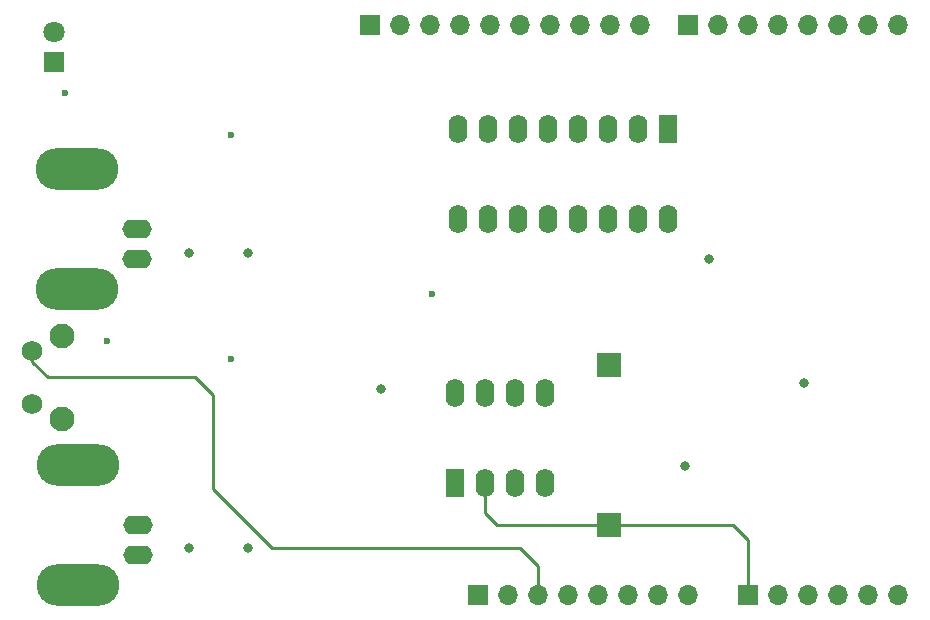
<source format=gbr>
%TF.GenerationSoftware,KiCad,Pcbnew,7.0.2*%
%TF.CreationDate,2023-08-08T17:25:24+02:00*%
%TF.ProjectId,pulse_generator,70756c73-655f-4676-956e-657261746f72,rev?*%
%TF.SameCoordinates,Original*%
%TF.FileFunction,Copper,L4,Bot*%
%TF.FilePolarity,Positive*%
%FSLAX46Y46*%
G04 Gerber Fmt 4.6, Leading zero omitted, Abs format (unit mm)*
G04 Created by KiCad (PCBNEW 7.0.2) date 2023-08-08 17:25:24*
%MOMM*%
%LPD*%
G01*
G04 APERTURE LIST*
%TA.AperFunction,ComponentPad*%
%ADD10R,1.700000X1.700000*%
%TD*%
%TA.AperFunction,ComponentPad*%
%ADD11O,1.700000X1.700000*%
%TD*%
%TA.AperFunction,ComponentPad*%
%ADD12R,2.000000X2.000000*%
%TD*%
%TA.AperFunction,ComponentPad*%
%ADD13C,2.100000*%
%TD*%
%TA.AperFunction,ComponentPad*%
%ADD14C,1.750000*%
%TD*%
%TA.AperFunction,ComponentPad*%
%ADD15R,1.800000X1.800000*%
%TD*%
%TA.AperFunction,ComponentPad*%
%ADD16C,1.800000*%
%TD*%
%TA.AperFunction,ComponentPad*%
%ADD17O,2.500000X1.600000*%
%TD*%
%TA.AperFunction,ComponentPad*%
%ADD18O,7.000000X3.500000*%
%TD*%
%TA.AperFunction,ComponentPad*%
%ADD19R,1.600000X2.400000*%
%TD*%
%TA.AperFunction,ComponentPad*%
%ADD20O,1.600000X2.400000*%
%TD*%
%TA.AperFunction,ViaPad*%
%ADD21C,0.600000*%
%TD*%
%TA.AperFunction,ViaPad*%
%ADD22C,0.800000*%
%TD*%
%TA.AperFunction,Conductor*%
%ADD23C,0.250000*%
%TD*%
G04 APERTURE END LIST*
D10*
%TO.P,J1,1,Pin_1*%
%TO.N,unconnected-(J1-Pin_1-Pad1)*%
X127940000Y-97460000D03*
D11*
%TO.P,J1,2,Pin_2*%
%TO.N,/IOREF*%
X130480000Y-97460000D03*
%TO.P,J1,3,Pin_3*%
%TO.N,/~{RESET}*%
X133020000Y-97460000D03*
%TO.P,J1,4,Pin_4*%
%TO.N,+3V3*%
X135560000Y-97460000D03*
%TO.P,J1,5,Pin_5*%
%TO.N,+5V*%
X138100000Y-97460000D03*
%TO.P,J1,6,Pin_6*%
%TO.N,GND*%
X140640000Y-97460000D03*
%TO.P,J1,7,Pin_7*%
X143180000Y-97460000D03*
%TO.P,J1,8,Pin_8*%
%TO.N,VCC*%
X145720000Y-97460000D03*
%TD*%
D10*
%TO.P,J3,1,Pin_1*%
%TO.N,/A0*%
X150800000Y-97460000D03*
D11*
%TO.P,J3,2,Pin_2*%
%TO.N,/A1*%
X153340000Y-97460000D03*
%TO.P,J3,3,Pin_3*%
%TO.N,/A2*%
X155880000Y-97460000D03*
%TO.P,J3,4,Pin_4*%
%TO.N,/A3*%
X158420000Y-97460000D03*
%TO.P,J3,5,Pin_5*%
%TO.N,unconnected-(J3-Pin_5-Pad5)*%
X160960000Y-97460000D03*
%TO.P,J3,6,Pin_6*%
%TO.N,unconnected-(J3-Pin_6-Pad6)*%
X163500000Y-97460000D03*
%TD*%
D10*
%TO.P,J2,1,Pin_1*%
%TO.N,unconnected-(J2-Pin_1-Pad1)*%
X118800000Y-49200000D03*
D11*
%TO.P,J2,2,Pin_2*%
%TO.N,unconnected-(J2-Pin_2-Pad2)*%
X121340000Y-49200000D03*
%TO.P,J2,3,Pin_3*%
%TO.N,/AREF*%
X123880000Y-49200000D03*
%TO.P,J2,4,Pin_4*%
%TO.N,GND*%
X126420000Y-49200000D03*
%TO.P,J2,5,Pin_5*%
%TO.N,/13*%
X128960000Y-49200000D03*
%TO.P,J2,6,Pin_6*%
%TO.N,/12*%
X131500000Y-49200000D03*
%TO.P,J2,7,Pin_7*%
%TO.N,/\u002A11*%
X134040000Y-49200000D03*
%TO.P,J2,8,Pin_8*%
%TO.N,/\u002A10*%
X136580000Y-49200000D03*
%TO.P,J2,9,Pin_9*%
%TO.N,/\u002A9*%
X139120000Y-49200000D03*
%TO.P,J2,10,Pin_10*%
%TO.N,/8*%
X141660000Y-49200000D03*
%TD*%
D10*
%TO.P,J4,1,Pin_1*%
%TO.N,/7*%
X145700000Y-49200000D03*
D11*
%TO.P,J4,2,Pin_2*%
%TO.N,/\u002A6*%
X148240000Y-49200000D03*
%TO.P,J4,3,Pin_3*%
%TO.N,/\u002A5*%
X150780000Y-49200000D03*
%TO.P,J4,4,Pin_4*%
%TO.N,/4*%
X153320000Y-49200000D03*
%TO.P,J4,5,Pin_5*%
%TO.N,/\u002A3*%
X155860000Y-49200000D03*
%TO.P,J4,6,Pin_6*%
%TO.N,/2*%
X158400000Y-49200000D03*
%TO.P,J4,7,Pin_7*%
%TO.N,/TX{slash}1*%
X160940000Y-49200000D03*
%TO.P,J4,8,Pin_8*%
%TO.N,/RX{slash}0*%
X163480000Y-49200000D03*
%TD*%
D12*
%TO.P,TP2,1,1*%
%TO.N,/A0*%
X139000000Y-91500000D03*
%TD*%
D13*
%TO.P,SW1,*%
%TO.N,*%
X92702500Y-82525000D03*
X92702500Y-75515000D03*
D14*
%TO.P,SW1,1,1*%
%TO.N,GND*%
X90212500Y-81275000D03*
%TO.P,SW1,2,2*%
%TO.N,/~{RESET}*%
X90212500Y-76775000D03*
%TD*%
D15*
%TO.P,D3,1,K*%
%TO.N,GND*%
X92000000Y-52300000D03*
D16*
%TO.P,D3,2,A*%
%TO.N,Net-(D3-A)*%
X92000000Y-49760000D03*
%TD*%
D17*
%TO.P,J5,1,In*%
%TO.N,Net-(J5-In)*%
X99150000Y-91500000D03*
D18*
%TO.P,J5,2,Ext*%
%TO.N,Net-(J5-Ext)*%
X94070000Y-96580000D03*
D17*
X99150000Y-94040000D03*
D18*
X94070000Y-86420000D03*
%TD*%
D19*
%TO.P,U2,1*%
%TO.N,N/C*%
X144000000Y-58000000D03*
D20*
%TO.P,U2,2*%
X141460000Y-58000000D03*
%TO.P,U2,3*%
X138920000Y-58000000D03*
%TO.P,U2,4*%
X136380000Y-58000000D03*
%TO.P,U2,5*%
X133840000Y-58000000D03*
%TO.P,U2,6*%
X131300000Y-58000000D03*
%TO.P,U2,7*%
X128760000Y-58000000D03*
%TO.P,U2,8,GND*%
%TO.N,GND*%
X126220000Y-58000000D03*
%TO.P,U2,9*%
%TO.N,N/C*%
X126220000Y-65620000D03*
%TO.P,U2,10*%
X128760000Y-65620000D03*
%TO.P,U2,11*%
X131300000Y-65620000D03*
%TO.P,U2,12*%
X133840000Y-65620000D03*
%TO.P,U2,13,4Q*%
%TO.N,Net-(J6-In)*%
X136380000Y-65620000D03*
%TO.P,U2,14,4~{R}*%
%TO.N,/4*%
X138920000Y-65620000D03*
%TO.P,U2,15,4~{S}*%
%TO.N,/2*%
X141460000Y-65620000D03*
%TO.P,U2,16,VCC*%
%TO.N,+5V*%
X144000000Y-65620000D03*
%TD*%
D19*
%TO.P,U1,1,GND*%
%TO.N,GND*%
X126000000Y-88000000D03*
D20*
%TO.P,U1,2,+*%
%TO.N,/A0*%
X128540000Y-88000000D03*
%TO.P,U1,3,-*%
%TO.N,Net-(J5-In)*%
X131080000Y-88000000D03*
%TO.P,U1,4,V-*%
%TO.N,GND*%
X133620000Y-88000000D03*
%TO.P,U1,5,BAL*%
%TO.N,unconnected-(U1-BAL-Pad5)*%
X133620000Y-80380000D03*
%TO.P,U1,6,STRB*%
%TO.N,unconnected-(U1-STRB-Pad6)*%
X131080000Y-80380000D03*
%TO.P,U1,7*%
%TO.N,/2*%
X128540000Y-80380000D03*
%TO.P,U1,8,V+*%
%TO.N,+5V*%
X126000000Y-80380000D03*
%TD*%
D12*
%TO.P,TP1,1,1*%
%TO.N,GND*%
X139000000Y-78000000D03*
%TD*%
D17*
%TO.P,J6,1,In*%
%TO.N,Net-(J6-In)*%
X99100000Y-66500000D03*
D18*
%TO.P,J6,2,Ext*%
%TO.N,Net-(J6-Ext)*%
X94020000Y-71580000D03*
D17*
X99100000Y-69040000D03*
D18*
X94020000Y-61420000D03*
%TD*%
D21*
%TO.N,GND*%
X124000000Y-72000000D03*
X107000000Y-58500000D03*
D22*
X108500000Y-93500000D03*
X119715000Y-80000000D03*
X155500000Y-79500000D03*
X145500000Y-86500000D03*
D21*
X107000000Y-77500000D03*
D22*
X108500000Y-68500000D03*
X147500000Y-69000000D03*
D21*
%TO.N,+5V*%
X96500000Y-76000000D03*
X93000000Y-55000000D03*
D22*
%TO.N,Net-(J5-Ext)*%
X103500000Y-93500000D03*
%TO.N,Net-(J6-Ext)*%
X103500000Y-68500000D03*
%TD*%
D23*
%TO.N,/A0*%
X150800000Y-97460000D02*
X150800000Y-92800000D01*
X149500000Y-91500000D02*
X129500000Y-91500000D01*
X129500000Y-91500000D02*
X128540000Y-90540000D01*
X150800000Y-92800000D02*
X149500000Y-91500000D01*
X128540000Y-90540000D02*
X128540000Y-88000000D01*
%TO.N,/~{RESET}*%
X90212500Y-77712500D02*
X91500000Y-79000000D01*
X104000000Y-79000000D02*
X105500000Y-80500000D01*
X105500000Y-80500000D02*
X105500000Y-88500000D01*
X90212500Y-76775000D02*
X90212500Y-77712500D01*
X133020000Y-95020000D02*
X133020000Y-97460000D01*
X105500000Y-88500000D02*
X110500000Y-93500000D01*
X91500000Y-79000000D02*
X104000000Y-79000000D01*
X131500000Y-93500000D02*
X133020000Y-95020000D01*
X110500000Y-93500000D02*
X131500000Y-93500000D01*
%TD*%
M02*

</source>
